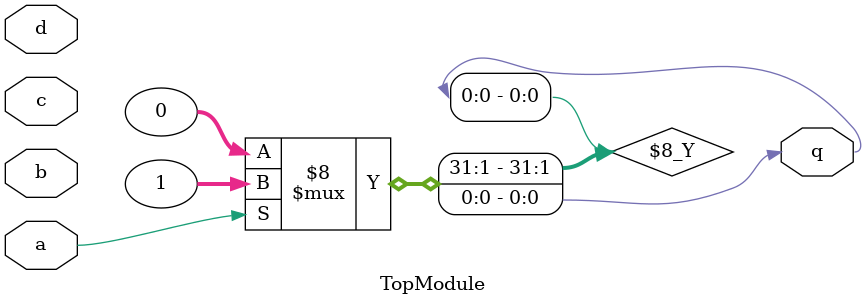
<source format=sv>

module TopModule (
  input a,
  input b,
  input c,
  input d,
  output q
);
assign q = (a == 1) ? ((b == 1) ? ((c == 1) ? ((d == 1) ? 1 : 1) : 1) : 1) : 0;
endmodule

</source>
